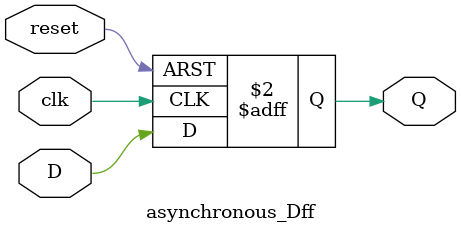
<source format=v>
`timescale 1ns / 1ps


module asynchronous_Dff(D,clk,reset,Q);
input D,clk,reset;
output reg Q;

always @(posedge clk,posedge reset)
begin
    if(reset)
        Q=0;
    else
        Q=D;
end
endmodule

</source>
